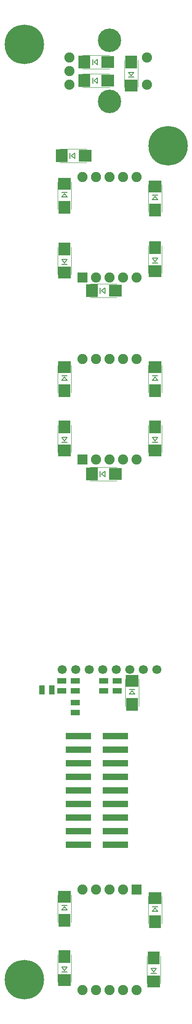
<source format=gbr>
G04 #@! TF.FileFunction,Soldermask,Bot*
%FSLAX46Y46*%
G04 Gerber Fmt 4.6, Leading zero omitted, Abs format (unit mm)*
G04 Created by KiCad (PCBNEW 4.0.4+e1-6308~48~ubuntu14.04.1-stable) date Thu Sep  7 12:28:42 2017*
%MOMM*%
%LPD*%
G01*
G04 APERTURE LIST*
%ADD10C,0.100000*%
%ADD11C,0.150000*%
%ADD12C,4.400000*%
%ADD13C,1.900000*%
%ADD14R,1.900000X1.900000*%
%ADD15C,1.700000*%
%ADD16R,2.200000X2.400000*%
%ADD17R,2.400000X2.200000*%
%ADD18R,4.780000X1.290000*%
%ADD19R,1.700000X1.100000*%
%ADD20R,1.100000X1.700000*%
%ADD21C,7.400000*%
G04 APERTURE END LIST*
D10*
D11*
X112046000Y-45149000D02*
X111030000Y-45149000D01*
X111538000Y-44895000D02*
X112046000Y-44260000D01*
X112046000Y-44260000D02*
X111030000Y-44260000D01*
X111030000Y-44260000D02*
X111538000Y-44895000D01*
D10*
X110288000Y-47014000D02*
X110288000Y-42014000D01*
X112788000Y-47014000D02*
X112788000Y-42014000D01*
D11*
X118269000Y-50610000D02*
X118269000Y-49594000D01*
X118523000Y-50102000D02*
X119158000Y-50610000D01*
X119158000Y-50610000D02*
X119158000Y-49594000D01*
X119158000Y-49594000D02*
X118523000Y-50102000D01*
D10*
X116404000Y-48852000D02*
X121404000Y-48852000D01*
X116404000Y-51352000D02*
X121404000Y-51352000D01*
D11*
X129064000Y-44895000D02*
X128048000Y-44895000D01*
X128556000Y-44641000D02*
X129064000Y-44006000D01*
X129064000Y-44006000D02*
X128048000Y-44006000D01*
X128048000Y-44006000D02*
X128556000Y-44641000D01*
D10*
X127306000Y-46760000D02*
X127306000Y-41760000D01*
X129806000Y-46760000D02*
X129806000Y-41760000D01*
D11*
X128048000Y-165291000D02*
X129064000Y-165291000D01*
X128556000Y-165545000D02*
X128048000Y-166180000D01*
X128048000Y-166180000D02*
X129064000Y-166180000D01*
X129064000Y-166180000D02*
X128556000Y-165545000D01*
D10*
X129806000Y-163426000D02*
X129806000Y-168426000D01*
X127306000Y-163426000D02*
X127306000Y-168426000D01*
D11*
X111030000Y-165037000D02*
X112046000Y-165037000D01*
X111538000Y-165291000D02*
X111030000Y-165926000D01*
X111030000Y-165926000D02*
X112046000Y-165926000D01*
X112046000Y-165926000D02*
X111538000Y-165291000D01*
D10*
X112788000Y-163172000D02*
X112788000Y-168172000D01*
X110288000Y-163172000D02*
X110288000Y-168172000D01*
D11*
X116840000Y-11303000D02*
X116840000Y-10287000D01*
X117094000Y-10795000D02*
X117729000Y-11303000D01*
X117729000Y-11303000D02*
X117729000Y-10287000D01*
X117729000Y-10287000D02*
X117094000Y-10795000D01*
D10*
X114975000Y-9545000D02*
X119975000Y-9545000D01*
X114975000Y-12045000D02*
X119975000Y-12045000D01*
D11*
X116840000Y-7874000D02*
X116840000Y-6858000D01*
X117094000Y-7366000D02*
X117729000Y-7874000D01*
X117729000Y-7874000D02*
X117729000Y-6858000D01*
X117729000Y-6858000D02*
X117094000Y-7366000D01*
D10*
X114975000Y-6116000D02*
X119975000Y-6116000D01*
X114975000Y-8616000D02*
X119975000Y-8616000D01*
D11*
X124587000Y-10160000D02*
X123571000Y-10160000D01*
X124079000Y-9906000D02*
X124587000Y-9271000D01*
X124587000Y-9271000D02*
X123571000Y-9271000D01*
X123571000Y-9271000D02*
X124079000Y-9906000D01*
D10*
X122829000Y-12025000D02*
X122829000Y-7025000D01*
X125329000Y-12025000D02*
X125329000Y-7025000D01*
D11*
X112046000Y-78423000D02*
X111030000Y-78423000D01*
X111538000Y-78169000D02*
X112046000Y-77534000D01*
X112046000Y-77534000D02*
X111030000Y-77534000D01*
X111030000Y-77534000D02*
X111538000Y-78169000D01*
D10*
X110288000Y-80288000D02*
X110288000Y-75288000D01*
X112788000Y-80288000D02*
X112788000Y-75288000D01*
D11*
X118269000Y-84900000D02*
X118269000Y-83884000D01*
X118523000Y-84392000D02*
X119158000Y-84900000D01*
X119158000Y-84900000D02*
X119158000Y-83884000D01*
X119158000Y-83884000D02*
X118523000Y-84392000D01*
D10*
X116404000Y-83142000D02*
X121404000Y-83142000D01*
X116404000Y-85642000D02*
X121404000Y-85642000D01*
D11*
X129064000Y-78423000D02*
X128048000Y-78423000D01*
X128556000Y-78169000D02*
X129064000Y-77534000D01*
X129064000Y-77534000D02*
X128048000Y-77534000D01*
X128048000Y-77534000D02*
X128556000Y-78169000D01*
D10*
X127306000Y-80288000D02*
X127306000Y-75288000D01*
X129806000Y-80288000D02*
X129806000Y-75288000D01*
D11*
X128810000Y-177737000D02*
X127794000Y-177737000D01*
X128302000Y-177483000D02*
X128810000Y-176848000D01*
X128810000Y-176848000D02*
X127794000Y-176848000D01*
X127794000Y-176848000D02*
X128302000Y-177483000D01*
D10*
X127052000Y-179602000D02*
X127052000Y-174602000D01*
X129552000Y-179602000D02*
X129552000Y-174602000D01*
D11*
X112046000Y-177483000D02*
X111030000Y-177483000D01*
X111538000Y-177229000D02*
X112046000Y-176594000D01*
X112046000Y-176594000D02*
X111030000Y-176594000D01*
X111030000Y-176594000D02*
X111538000Y-177229000D01*
D10*
X110288000Y-179348000D02*
X110288000Y-174348000D01*
X112788000Y-179348000D02*
X112788000Y-174348000D01*
D11*
X111030000Y-31687000D02*
X112046000Y-31687000D01*
X111538000Y-31941000D02*
X111030000Y-32576000D01*
X111030000Y-32576000D02*
X112046000Y-32576000D01*
X112046000Y-32576000D02*
X111538000Y-31941000D01*
D10*
X112788000Y-29822000D02*
X112788000Y-34822000D01*
X110288000Y-29822000D02*
X110288000Y-34822000D01*
D11*
X128048000Y-32195000D02*
X129064000Y-32195000D01*
X128556000Y-32449000D02*
X128048000Y-33084000D01*
X128048000Y-33084000D02*
X129064000Y-33084000D01*
X129064000Y-33084000D02*
X128556000Y-32449000D01*
D10*
X129806000Y-30330000D02*
X129806000Y-35330000D01*
X127306000Y-30330000D02*
X127306000Y-35330000D01*
D11*
X111030000Y-65977000D02*
X112046000Y-65977000D01*
X111538000Y-66231000D02*
X111030000Y-66866000D01*
X111030000Y-66866000D02*
X112046000Y-66866000D01*
X112046000Y-66866000D02*
X111538000Y-66231000D01*
D10*
X112788000Y-64112000D02*
X112788000Y-69112000D01*
X110288000Y-64112000D02*
X110288000Y-69112000D01*
D11*
X128048000Y-65977000D02*
X129064000Y-65977000D01*
X128556000Y-66231000D02*
X128048000Y-66866000D01*
X128048000Y-66866000D02*
X129064000Y-66866000D01*
X129064000Y-66866000D02*
X128556000Y-66231000D01*
D10*
X129806000Y-64112000D02*
X129806000Y-69112000D01*
X127306000Y-64112000D02*
X127306000Y-69112000D01*
D11*
X123730000Y-124651000D02*
X124746000Y-124651000D01*
X124238000Y-124905000D02*
X123730000Y-125540000D01*
X123730000Y-125540000D02*
X124746000Y-125540000D01*
X124746000Y-125540000D02*
X124238000Y-124905000D01*
D10*
X125488000Y-122786000D02*
X125488000Y-127786000D01*
X122988000Y-122786000D02*
X122988000Y-127786000D01*
D11*
X112585500Y-25400000D02*
X112585500Y-24384000D01*
X112839500Y-24892000D02*
X113474500Y-25400000D01*
X113474500Y-25400000D02*
X113474500Y-24384000D01*
X113474500Y-24384000D02*
X112839500Y-24892000D01*
D10*
X110720500Y-23642000D02*
X115720500Y-23642000D01*
X110720500Y-26142000D02*
X115720500Y-26142000D01*
D12*
X120000000Y-14700000D03*
D13*
X127000000Y-6460000D03*
X112500000Y-11540000D03*
X112500000Y-9000000D03*
X112500000Y-6460000D03*
X127000000Y-11540000D03*
D12*
X120000000Y-3300000D03*
D13*
X114920000Y-62860000D03*
X117460000Y-62860000D03*
X120000000Y-62860000D03*
X122540000Y-62860000D03*
X125080000Y-62860000D03*
D14*
X114920000Y-81640000D03*
D13*
X117460000Y-81640000D03*
X125080000Y-81640000D03*
X122540000Y-81640000D03*
X120000000Y-81640000D03*
X114920000Y-28860000D03*
X117460000Y-28860000D03*
X120000000Y-28860000D03*
X122540000Y-28860000D03*
X125080000Y-28860000D03*
D14*
X114920000Y-47640000D03*
D13*
X117460000Y-47640000D03*
X125080000Y-47640000D03*
X122540000Y-47640000D03*
X120000000Y-47640000D03*
D15*
X128890000Y-120990000D03*
X126350000Y-120990000D03*
X123810000Y-120990000D03*
X121270000Y-120990000D03*
X118730000Y-120990000D03*
X116190000Y-120990000D03*
X113650000Y-120990000D03*
X111110000Y-120990000D03*
D16*
X111538000Y-42314000D03*
D17*
X111538000Y-46714000D03*
X121104000Y-50102000D03*
D16*
X116704000Y-50102000D03*
X128556000Y-42060000D03*
D17*
X128556000Y-46460000D03*
D16*
X128556000Y-168126000D03*
D17*
X128556000Y-163726000D03*
D16*
X111538000Y-167872000D03*
D17*
X111538000Y-163472000D03*
X119675000Y-10795000D03*
D16*
X115275000Y-10795000D03*
D17*
X119675000Y-7366000D03*
D16*
X115275000Y-7366000D03*
X124079000Y-7325000D03*
D17*
X124079000Y-11725000D03*
D16*
X111538000Y-75588000D03*
D17*
X111538000Y-79988000D03*
X121104000Y-84392000D03*
D16*
X116704000Y-84392000D03*
X128556000Y-75588000D03*
D17*
X128556000Y-79988000D03*
D16*
X128302000Y-174902000D03*
D17*
X128302000Y-179302000D03*
D16*
X111538000Y-174648000D03*
D17*
X111538000Y-179048000D03*
D16*
X111538000Y-34522000D03*
D17*
X111538000Y-30122000D03*
D16*
X128556000Y-35030000D03*
D17*
X128556000Y-30630000D03*
D16*
X111538000Y-68812000D03*
D17*
X111538000Y-64412000D03*
D16*
X128556000Y-68812000D03*
D17*
X128556000Y-64412000D03*
D18*
X114174000Y-133414000D03*
X114174000Y-135954000D03*
X114174000Y-138494000D03*
X114174000Y-141034000D03*
X114174000Y-143574000D03*
X114174000Y-146114000D03*
X114174000Y-148654000D03*
X114174000Y-151194000D03*
X114174000Y-153734000D03*
X121094000Y-153734000D03*
X121094000Y-151194000D03*
X121094000Y-148654000D03*
X121094000Y-146114000D03*
X121094000Y-133414000D03*
X121094000Y-135954000D03*
X121094000Y-138494000D03*
X121094000Y-141034000D03*
X121094000Y-143574000D03*
D19*
X111030000Y-123066000D03*
X111030000Y-124966000D03*
X113570000Y-123066000D03*
X113570000Y-124966000D03*
X118904000Y-123066000D03*
X118904000Y-124966000D03*
X121444000Y-123066000D03*
X121444000Y-124966000D03*
D20*
X109186000Y-124778000D03*
X107286000Y-124778000D03*
D19*
X113570000Y-127130000D03*
X113570000Y-129030000D03*
D13*
X125080000Y-180890000D03*
X122540000Y-180890000D03*
X120000000Y-180890000D03*
X117460000Y-180890000D03*
X114920000Y-180890000D03*
D14*
X125080000Y-162110000D03*
D13*
X122540000Y-162110000D03*
X114920000Y-162110000D03*
X117460000Y-162110000D03*
X120000000Y-162110000D03*
D16*
X124238000Y-127486000D03*
D17*
X124238000Y-123086000D03*
X115420500Y-24892000D03*
D16*
X111020500Y-24892000D03*
D21*
X104000000Y-179000000D03*
X104000000Y-4000000D03*
X131000000Y-23000000D03*
M02*

</source>
